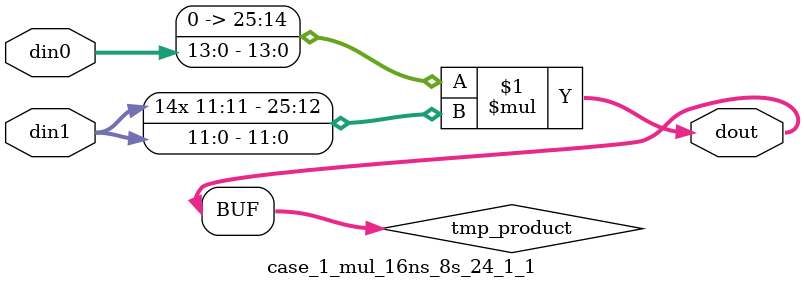
<source format=v>

`timescale 1 ns / 1 ps

 (* use_dsp = "no" *)  module case_1_mul_16ns_8s_24_1_1(din0, din1, dout);
parameter ID = 1;
parameter NUM_STAGE = 0;
parameter din0_WIDTH = 14;
parameter din1_WIDTH = 12;
parameter dout_WIDTH = 26;

input [din0_WIDTH - 1 : 0] din0; 
input [din1_WIDTH - 1 : 0] din1; 
output [dout_WIDTH - 1 : 0] dout;

wire signed [dout_WIDTH - 1 : 0] tmp_product;

























assign tmp_product = $signed({1'b0, din0}) * $signed(din1);










assign dout = tmp_product;





















endmodule

</source>
